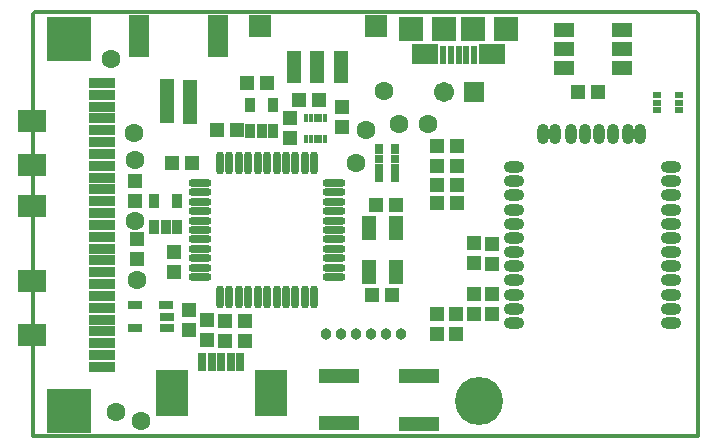
<source format=gts>
G04 Layer_Color=8388736*
%FSLAX25Y25*%
%MOIN*%
G70*
G01*
G75*
%ADD42C,0.01200*%
%ADD58C,0.03800*%
%ADD59R,0.08674X0.03202*%
%ADD60R,0.14973X0.14973*%
%ADD61R,0.06706X0.14186*%
%ADD62R,0.04737X0.14579*%
%ADD63R,0.03162X0.02454*%
%ADD64R,0.01280X0.02756*%
%ADD65R,0.03359X0.04737*%
%ADD66O,0.03950X0.06706*%
%ADD67O,0.06706X0.03950*%
%ADD68R,0.05131X0.04737*%
%ADD69R,0.04737X0.05131*%
%ADD70R,0.06706X0.04737*%
%ADD71R,0.10642X0.15761*%
%ADD72R,0.02769X0.06312*%
%ADD73R,0.13398X0.04737*%
%ADD74R,0.07887X0.08280*%
%ADD75R,0.08280X0.08280*%
%ADD76R,0.09068X0.07099*%
%ADD77R,0.02375X0.06115*%
%ADD78R,0.04934X0.03162*%
%ADD79R,0.04737X0.10839*%
%ADD80R,0.07493X0.07493*%
%ADD81R,0.03162X0.03359*%
%ADD82R,0.03162X0.02572*%
%ADD83R,0.05131X0.08280*%
%ADD84O,0.07690X0.02965*%
%ADD85O,0.02965X0.07690*%
%ADD86R,0.09800X0.07800*%
%ADD87C,0.06312*%
%ADD88R,0.06706X0.06706*%
%ADD89C,0.06706*%
%ADD90C,0.16001*%
D42*
X106570Y240570D02*
X326930D01*
X106000Y240000D02*
X106570Y240570D01*
X106000Y99500D02*
Y240000D01*
X327500Y99500D02*
Y240000D01*
X106000Y99500D02*
X327500D01*
D58*
X208478Y133219D02*
D03*
X203482Y133210D02*
D03*
X213481Y133218D02*
D03*
X223485Y133215D02*
D03*
X218482Y133216D02*
D03*
X228486Y133217D02*
D03*
D59*
X128929Y122389D02*
D03*
Y126334D02*
D03*
Y146044D02*
D03*
Y142102D02*
D03*
Y185462D02*
D03*
Y165753D02*
D03*
Y169695D02*
D03*
Y161811D02*
D03*
X128929Y189443D02*
D03*
Y201269D02*
D03*
Y197327D02*
D03*
Y217037D02*
D03*
Y193385D02*
D03*
X128929Y157869D02*
D03*
Y153927D02*
D03*
Y149985D02*
D03*
Y181521D02*
D03*
Y177579D02*
D03*
Y173637D02*
D03*
X128929Y213095D02*
D03*
Y209153D02*
D03*
Y205211D02*
D03*
X128929Y138160D02*
D03*
Y134218D02*
D03*
Y130276D02*
D03*
D60*
X117906Y231614D02*
D03*
Y107795D02*
D03*
D61*
X167593Y232672D02*
D03*
X141232Y232677D02*
D03*
D62*
X150476Y210842D02*
D03*
X158362Y210837D02*
D03*
D63*
X321339Y207941D02*
D03*
Y210500D02*
D03*
Y213059D02*
D03*
X313858Y207941D02*
D03*
Y210500D02*
D03*
Y213059D02*
D03*
D64*
X203350Y198349D02*
D03*
X201780Y198343D02*
D03*
X200206Y198342D02*
D03*
X197060Y198339D02*
D03*
X198634Y198340D02*
D03*
X198632Y205420D02*
D03*
X197058Y205420D02*
D03*
X200205Y205423D02*
D03*
X201779Y205423D02*
D03*
X203349Y205430D02*
D03*
D65*
X185906Y201102D02*
D03*
X182165D02*
D03*
X178425D02*
D03*
X185906Y209567D02*
D03*
X178425D02*
D03*
X146425Y177567D02*
D03*
X153906D02*
D03*
X146425Y169102D02*
D03*
X150165D02*
D03*
X153906D02*
D03*
D66*
X299326Y199994D02*
D03*
X308381D02*
D03*
X289877D02*
D03*
X294602D02*
D03*
X276098D02*
D03*
X285153D02*
D03*
X304444D02*
D03*
X280035D02*
D03*
D67*
X266255Y137002D02*
D03*
Y141726D02*
D03*
Y146450D02*
D03*
Y151175D02*
D03*
Y155899D02*
D03*
Y160624D02*
D03*
Y165348D02*
D03*
Y170072D02*
D03*
Y174797D02*
D03*
Y179521D02*
D03*
Y184246D02*
D03*
Y188970D02*
D03*
X318617D02*
D03*
Y184246D02*
D03*
Y179521D02*
D03*
Y174797D02*
D03*
Y170072D02*
D03*
Y165348D02*
D03*
Y160624D02*
D03*
Y155899D02*
D03*
Y151175D02*
D03*
Y146450D02*
D03*
Y141726D02*
D03*
Y137002D02*
D03*
D68*
X158945Y190500D02*
D03*
X152252D02*
D03*
X294445Y214000D02*
D03*
X287752D02*
D03*
X247445Y189500D02*
D03*
X240752D02*
D03*
X247445Y196000D02*
D03*
X240752D02*
D03*
X201445Y211500D02*
D03*
X194752D02*
D03*
X183945Y217000D02*
D03*
X177252D02*
D03*
X173945Y201500D02*
D03*
X167252D02*
D03*
X225748Y146500D02*
D03*
X219055D02*
D03*
X240752Y177000D02*
D03*
X247445D02*
D03*
X240752Y183000D02*
D03*
X247445D02*
D03*
X220252Y176500D02*
D03*
X226945D02*
D03*
D69*
X247000Y139945D02*
D03*
Y133252D02*
D03*
X140500Y164945D02*
D03*
Y158252D02*
D03*
X140000Y177555D02*
D03*
Y184248D02*
D03*
X259000Y163445D02*
D03*
Y156752D02*
D03*
X158000Y134555D02*
D03*
Y141248D02*
D03*
X253000Y157055D02*
D03*
Y163748D02*
D03*
X259000Y140055D02*
D03*
Y146748D02*
D03*
X253000Y140055D02*
D03*
Y146748D02*
D03*
X240500Y139945D02*
D03*
Y133252D02*
D03*
X191500Y198555D02*
D03*
Y205248D02*
D03*
X209000Y208945D02*
D03*
Y202252D02*
D03*
X164000Y131252D02*
D03*
Y137945D02*
D03*
X176500Y137748D02*
D03*
Y131055D02*
D03*
X170000Y137748D02*
D03*
Y131055D02*
D03*
X153000Y160748D02*
D03*
Y154055D02*
D03*
D70*
X302176Y222115D02*
D03*
X302176Y228413D02*
D03*
X302177Y234712D02*
D03*
X282879Y234713D02*
D03*
X282879Y228414D02*
D03*
X282878Y222116D02*
D03*
D71*
X152137Y113790D02*
D03*
X185192Y113778D02*
D03*
D72*
X165537Y123889D02*
D03*
X162387Y123889D02*
D03*
X168687Y123888D02*
D03*
X174986Y123887D02*
D03*
X171836Y123888D02*
D03*
D73*
X234671Y103507D02*
D03*
X234670Y119257D02*
D03*
X207890Y119261D02*
D03*
X207892Y103511D02*
D03*
D74*
X232060Y234873D02*
D03*
X263568Y234879D02*
D03*
D75*
X243086Y234873D02*
D03*
X252536Y234876D02*
D03*
D76*
X236784Y226802D02*
D03*
X258838Y226817D02*
D03*
D77*
X245247Y226314D02*
D03*
X242689Y226311D02*
D03*
X247807Y226316D02*
D03*
X250365Y226319D02*
D03*
X252932Y226323D02*
D03*
D78*
X150478Y135458D02*
D03*
X150471Y139164D02*
D03*
X150462Y142895D02*
D03*
X139840Y142906D02*
D03*
X139857Y135469D02*
D03*
D79*
X208565Y222264D02*
D03*
X200681Y222266D02*
D03*
X192805Y222265D02*
D03*
D80*
X220252Y235963D02*
D03*
X181675Y235936D02*
D03*
D81*
X221444Y185545D02*
D03*
X221443Y194986D02*
D03*
X226569Y194982D02*
D03*
X226569Y185541D02*
D03*
D82*
X221441Y188690D02*
D03*
X221441Y191838D02*
D03*
X226567Y191834D02*
D03*
X226566Y188686D02*
D03*
D83*
X227083Y154059D02*
D03*
Y168724D02*
D03*
X217929D02*
D03*
Y154157D02*
D03*
D84*
X161756Y152252D02*
D03*
Y155402D02*
D03*
Y158551D02*
D03*
Y161701D02*
D03*
Y164850D02*
D03*
Y168000D02*
D03*
Y171150D02*
D03*
Y174299D02*
D03*
Y177449D02*
D03*
Y180598D02*
D03*
Y183748D02*
D03*
X206244D02*
D03*
Y180598D02*
D03*
Y177449D02*
D03*
Y174299D02*
D03*
Y171150D02*
D03*
Y168000D02*
D03*
Y164850D02*
D03*
Y161701D02*
D03*
Y158551D02*
D03*
Y155402D02*
D03*
Y152252D02*
D03*
D85*
X168252Y190244D02*
D03*
X171402D02*
D03*
X174551D02*
D03*
X177701D02*
D03*
X180850D02*
D03*
X184000D02*
D03*
X187150D02*
D03*
X190299D02*
D03*
X193449D02*
D03*
X196598D02*
D03*
X199748D02*
D03*
Y145756D02*
D03*
X196598D02*
D03*
X193449D02*
D03*
X190299D02*
D03*
X187150D02*
D03*
X184000D02*
D03*
X180850D02*
D03*
X177701D02*
D03*
X174551D02*
D03*
X171402D02*
D03*
X168252D02*
D03*
D86*
X105577Y189803D02*
D03*
X105585Y150932D02*
D03*
X105630Y175992D02*
D03*
X105555Y204468D02*
D03*
X105630Y132992D02*
D03*
D87*
X223000Y214500D02*
D03*
X132000Y225000D02*
D03*
X133500Y107500D02*
D03*
X213500Y190500D02*
D03*
X217000Y201500D02*
D03*
X139500Y200500D02*
D03*
X237500Y203500D02*
D03*
X228000D02*
D03*
X140500Y151500D02*
D03*
X140000Y171000D02*
D03*
Y191500D02*
D03*
X142000Y104500D02*
D03*
D88*
X253000Y214000D02*
D03*
D89*
X243000D02*
D03*
D90*
X254500Y111000D02*
D03*
M02*

</source>
